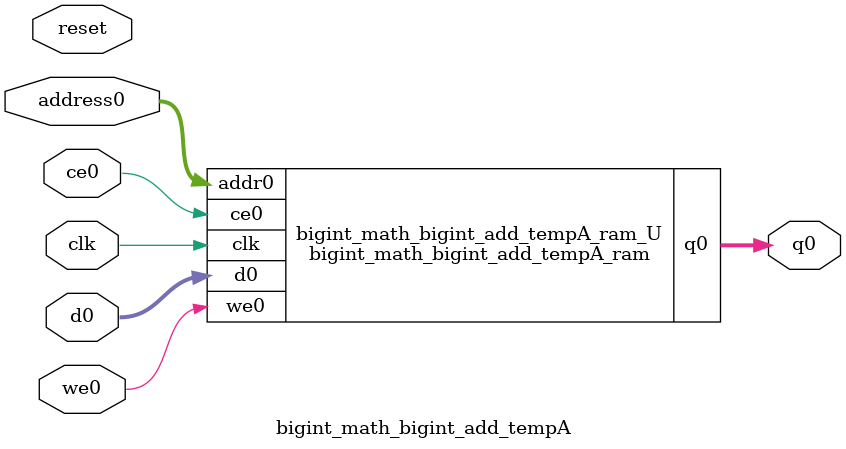
<source format=v>

`timescale 1 ns / 1 ps
module bigint_math_bigint_add_tempA_ram (addr0, ce0, d0, we0, q0,  clk);

parameter DWIDTH = 8;
parameter AWIDTH = 8;
parameter MEM_SIZE = 256;

input[AWIDTH-1:0] addr0;
input ce0;
input[DWIDTH-1:0] d0;
input we0;
output reg[DWIDTH-1:0] q0;
input clk;

reg [DWIDTH-1:0] ram[MEM_SIZE-1:0];




always @(posedge clk)  
begin 
    if (ce0) 
    begin
        if (we0) 
        begin 
            ram[addr0] <= d0; 
            q0 <= d0;
        end 
        else 
            q0 <= ram[addr0];
    end
end


endmodule


`timescale 1 ns / 1 ps
module bigint_math_bigint_add_tempA(
    reset,
    clk,
    address0,
    ce0,
    we0,
    d0,
    q0);

parameter DataWidth = 32'd8;
parameter AddressRange = 32'd256;
parameter AddressWidth = 32'd8;
input reset;
input clk;
input[AddressWidth - 1:0] address0;
input ce0;
input we0;
input[DataWidth - 1:0] d0;
output[DataWidth - 1:0] q0;



bigint_math_bigint_add_tempA_ram bigint_math_bigint_add_tempA_ram_U(
    .clk( clk ),
    .addr0( address0 ),
    .ce0( ce0 ),
    .d0( d0 ),
    .we0( we0 ),
    .q0( q0 ));

endmodule


</source>
